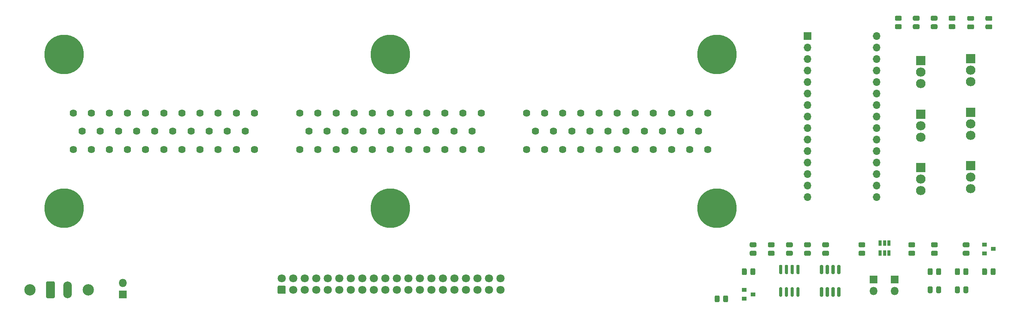
<source format=gbr>
%TF.GenerationSoftware,KiCad,Pcbnew,(5.1.6)-1*%
%TF.CreationDate,2021-10-09T12:03:34-05:00*%
%TF.ProjectId,Jeep JTEC,4a656570-204a-4544-9543-2e6b69636164,rev?*%
%TF.SameCoordinates,Original*%
%TF.FileFunction,Soldermask,Top*%
%TF.FilePolarity,Negative*%
%FSLAX46Y46*%
G04 Gerber Fmt 4.6, Leading zero omitted, Abs format (unit mm)*
G04 Created by KiCad (PCBNEW (5.1.6)-1) date 2021-10-09 12:03:34*
%MOMM*%
%LPD*%
G01*
G04 APERTURE LIST*
%ADD10R,0.750000X1.160000*%
%ADD11C,1.624000*%
%ADD12C,1.000000*%
%ADD13C,8.700000*%
%ADD14O,1.800000X1.800000*%
%ADD15R,1.800000X1.800000*%
%ADD16C,2.500000*%
%ADD17O,1.900000X3.700000*%
%ADD18O,2.100000X2.005000*%
%ADD19R,2.100000X2.005000*%
%ADD20R,1.000000X0.900000*%
%ADD21C,1.800000*%
%ADD22O,1.700000X1.700000*%
%ADD23R,1.700000X1.700000*%
G04 APERTURE END LIST*
D10*
%TO.C,U2*%
X229000000Y-113720000D03*
X228050000Y-113720000D03*
X229950000Y-113720000D03*
X229950000Y-115920000D03*
X229000000Y-115920000D03*
X228050000Y-115920000D03*
%TD*%
%TO.C,R19*%
G36*
G01*
X193400000Y-126481250D02*
X193400000Y-125518750D01*
G75*
G02*
X193668750Y-125250000I268750J0D01*
G01*
X194206250Y-125250000D01*
G75*
G02*
X194475000Y-125518750I0J-268750D01*
G01*
X194475000Y-126481250D01*
G75*
G02*
X194206250Y-126750000I-268750J0D01*
G01*
X193668750Y-126750000D01*
G75*
G02*
X193400000Y-126481250I0J268750D01*
G01*
G37*
G36*
G01*
X191525000Y-126481250D02*
X191525000Y-125518750D01*
G75*
G02*
X191793750Y-125250000I268750J0D01*
G01*
X192331250Y-125250000D01*
G75*
G02*
X192600000Y-125518750I0J-268750D01*
G01*
X192600000Y-126481250D01*
G75*
G02*
X192331250Y-126750000I-268750J0D01*
G01*
X191793750Y-126750000D01*
G75*
G02*
X191525000Y-126481250I0J268750D01*
G01*
G37*
%TD*%
D11*
%TO.C,C1*%
X50000000Y-85000000D03*
X54000000Y-85000000D03*
X58000000Y-85000000D03*
X62000000Y-85000000D03*
X66000000Y-85000000D03*
X70000000Y-85000000D03*
X74000000Y-85000000D03*
X78000000Y-85000000D03*
X82000000Y-85000000D03*
X86000000Y-85000000D03*
X90000000Y-85000000D03*
X52000000Y-89000000D03*
X56000000Y-89000000D03*
X60000000Y-89000000D03*
X64000000Y-89000000D03*
X68000000Y-89000000D03*
X72000000Y-89000000D03*
X76000000Y-89000000D03*
X80000000Y-89000000D03*
X84000000Y-89000000D03*
X88000000Y-89000000D03*
X50000000Y-93000000D03*
X54000000Y-93000000D03*
X58000000Y-93000000D03*
X62000000Y-93000000D03*
X66000000Y-93000000D03*
X70000000Y-93000000D03*
X74000000Y-93000000D03*
X78000000Y-93000000D03*
X82000000Y-93000000D03*
X86000000Y-93000000D03*
X90000000Y-93000000D03*
%TD*%
%TO.C,C3*%
X150000000Y-85000000D03*
X154000000Y-85000000D03*
X158000000Y-85000000D03*
X162000000Y-85000000D03*
X166000000Y-85000000D03*
X170000000Y-85000000D03*
X174000000Y-85000000D03*
X178000000Y-85000000D03*
X182000000Y-85000000D03*
X186000000Y-85000000D03*
X190000000Y-85000000D03*
X152000000Y-89000000D03*
X156000000Y-89000000D03*
X160000000Y-89000000D03*
X164000000Y-89000000D03*
X168000000Y-89000000D03*
X172000000Y-89000000D03*
X176000000Y-89000000D03*
X180000000Y-89000000D03*
X184000000Y-89000000D03*
X188000000Y-89000000D03*
X150000000Y-93000000D03*
X154000000Y-93000000D03*
X158000000Y-93000000D03*
X162000000Y-93000000D03*
X166000000Y-93000000D03*
X170000000Y-93000000D03*
X174000000Y-93000000D03*
X178000000Y-93000000D03*
X182000000Y-93000000D03*
X186000000Y-93000000D03*
X190000000Y-93000000D03*
%TD*%
%TO.C,C2*%
X100000000Y-85000000D03*
X104000000Y-85000000D03*
X108000000Y-85000000D03*
X112000000Y-85000000D03*
X116000000Y-85000000D03*
X120000000Y-85000000D03*
X124000000Y-85000000D03*
X128000000Y-85000000D03*
X132000000Y-85000000D03*
X136000000Y-85000000D03*
X140000000Y-85000000D03*
X102000000Y-89000000D03*
X106000000Y-89000000D03*
X110000000Y-89000000D03*
X114000000Y-89000000D03*
X118000000Y-89000000D03*
X122000000Y-89000000D03*
X126000000Y-89000000D03*
X130000000Y-89000000D03*
X134000000Y-89000000D03*
X138000000Y-89000000D03*
X100000000Y-93000000D03*
X104000000Y-93000000D03*
X108000000Y-93000000D03*
X112000000Y-93000000D03*
X116000000Y-93000000D03*
X120000000Y-93000000D03*
X124000000Y-93000000D03*
X128000000Y-93000000D03*
X132000000Y-93000000D03*
X136000000Y-93000000D03*
X140000000Y-93000000D03*
%TD*%
D12*
%TO.C,H6*%
X194280419Y-103719581D03*
X192000000Y-102775000D03*
X189719581Y-103719581D03*
X188775000Y-106000000D03*
X189719581Y-108280419D03*
X192000000Y-109225000D03*
X194280419Y-108280419D03*
X195225000Y-106000000D03*
D13*
X192000000Y-106000000D03*
%TD*%
D12*
%TO.C,H5*%
X194280419Y-69719581D03*
X192000000Y-68775000D03*
X189719581Y-69719581D03*
X188775000Y-72000000D03*
X189719581Y-74280419D03*
X192000000Y-75225000D03*
X194280419Y-74280419D03*
X195225000Y-72000000D03*
D13*
X192000000Y-72000000D03*
%TD*%
D12*
%TO.C,H4*%
X50280419Y-69719581D03*
X48000000Y-68775000D03*
X45719581Y-69719581D03*
X44775000Y-72000000D03*
X45719581Y-74280419D03*
X48000000Y-75225000D03*
X50280419Y-74280419D03*
X51225000Y-72000000D03*
D13*
X48000000Y-72000000D03*
%TD*%
D12*
%TO.C,H3*%
X122280419Y-69719581D03*
X120000000Y-68775000D03*
X117719581Y-69719581D03*
X116775000Y-72000000D03*
X117719581Y-74280419D03*
X120000000Y-75225000D03*
X122280419Y-74280419D03*
X123225000Y-72000000D03*
D13*
X120000000Y-72000000D03*
%TD*%
D12*
%TO.C,H2*%
X50280419Y-103719581D03*
X48000000Y-102775000D03*
X45719581Y-103719581D03*
X44775000Y-106000000D03*
X45719581Y-108280419D03*
X48000000Y-109225000D03*
X50280419Y-108280419D03*
X51225000Y-106000000D03*
D13*
X48000000Y-106000000D03*
%TD*%
D12*
%TO.C,H1*%
X122280419Y-103719581D03*
X120000000Y-102775000D03*
X117719581Y-103719581D03*
X116775000Y-106000000D03*
X117719581Y-108280419D03*
X120000000Y-109225000D03*
X122280419Y-108280419D03*
X123225000Y-106000000D03*
D13*
X120000000Y-106000000D03*
%TD*%
D14*
%TO.C,JP3*%
X61000000Y-122460000D03*
D15*
X61000000Y-125000000D03*
%TD*%
D16*
%TO.C,J2*%
X53310000Y-124000000D03*
X40500000Y-124000000D03*
D17*
X48810000Y-124000000D03*
G36*
G01*
X44050000Y-125586111D02*
X44050000Y-122413889D01*
G75*
G02*
X44313889Y-122150000I263889J0D01*
G01*
X45686111Y-122150000D01*
G75*
G02*
X45950000Y-122413889I0J-263889D01*
G01*
X45950000Y-125586111D01*
G75*
G02*
X45686111Y-125850000I-263889J0D01*
G01*
X44313889Y-125850000D01*
G75*
G02*
X44050000Y-125586111I0J263889D01*
G01*
G37*
%TD*%
%TO.C,U1*%
G36*
G01*
X215270000Y-120550000D02*
X214920000Y-120550000D01*
G75*
G02*
X214745000Y-120375000I0J175000D01*
G01*
X214745000Y-118675000D01*
G75*
G02*
X214920000Y-118500000I175000J0D01*
G01*
X215270000Y-118500000D01*
G75*
G02*
X215445000Y-118675000I0J-175000D01*
G01*
X215445000Y-120375000D01*
G75*
G02*
X215270000Y-120550000I-175000J0D01*
G01*
G37*
G36*
G01*
X216540000Y-120550000D02*
X216190000Y-120550000D01*
G75*
G02*
X216015000Y-120375000I0J175000D01*
G01*
X216015000Y-118675000D01*
G75*
G02*
X216190000Y-118500000I175000J0D01*
G01*
X216540000Y-118500000D01*
G75*
G02*
X216715000Y-118675000I0J-175000D01*
G01*
X216715000Y-120375000D01*
G75*
G02*
X216540000Y-120550000I-175000J0D01*
G01*
G37*
G36*
G01*
X217810000Y-120550000D02*
X217460000Y-120550000D01*
G75*
G02*
X217285000Y-120375000I0J175000D01*
G01*
X217285000Y-118675000D01*
G75*
G02*
X217460000Y-118500000I175000J0D01*
G01*
X217810000Y-118500000D01*
G75*
G02*
X217985000Y-118675000I0J-175000D01*
G01*
X217985000Y-120375000D01*
G75*
G02*
X217810000Y-120550000I-175000J0D01*
G01*
G37*
G36*
G01*
X219080000Y-120550000D02*
X218730000Y-120550000D01*
G75*
G02*
X218555000Y-120375000I0J175000D01*
G01*
X218555000Y-118675000D01*
G75*
G02*
X218730000Y-118500000I175000J0D01*
G01*
X219080000Y-118500000D01*
G75*
G02*
X219255000Y-118675000I0J-175000D01*
G01*
X219255000Y-120375000D01*
G75*
G02*
X219080000Y-120550000I-175000J0D01*
G01*
G37*
G36*
G01*
X219080000Y-125500000D02*
X218730000Y-125500000D01*
G75*
G02*
X218555000Y-125325000I0J175000D01*
G01*
X218555000Y-123625000D01*
G75*
G02*
X218730000Y-123450000I175000J0D01*
G01*
X219080000Y-123450000D01*
G75*
G02*
X219255000Y-123625000I0J-175000D01*
G01*
X219255000Y-125325000D01*
G75*
G02*
X219080000Y-125500000I-175000J0D01*
G01*
G37*
G36*
G01*
X217810000Y-125500000D02*
X217460000Y-125500000D01*
G75*
G02*
X217285000Y-125325000I0J175000D01*
G01*
X217285000Y-123625000D01*
G75*
G02*
X217460000Y-123450000I175000J0D01*
G01*
X217810000Y-123450000D01*
G75*
G02*
X217985000Y-123625000I0J-175000D01*
G01*
X217985000Y-125325000D01*
G75*
G02*
X217810000Y-125500000I-175000J0D01*
G01*
G37*
G36*
G01*
X216540000Y-125500000D02*
X216190000Y-125500000D01*
G75*
G02*
X216015000Y-125325000I0J175000D01*
G01*
X216015000Y-123625000D01*
G75*
G02*
X216190000Y-123450000I175000J0D01*
G01*
X216540000Y-123450000D01*
G75*
G02*
X216715000Y-123625000I0J-175000D01*
G01*
X216715000Y-125325000D01*
G75*
G02*
X216540000Y-125500000I-175000J0D01*
G01*
G37*
G36*
G01*
X215270000Y-125500000D02*
X214920000Y-125500000D01*
G75*
G02*
X214745000Y-125325000I0J175000D01*
G01*
X214745000Y-123625000D01*
G75*
G02*
X214920000Y-123450000I175000J0D01*
G01*
X215270000Y-123450000D01*
G75*
G02*
X215445000Y-123625000I0J-175000D01*
G01*
X215445000Y-125325000D01*
G75*
G02*
X215270000Y-125500000I-175000J0D01*
G01*
G37*
%TD*%
%TO.C,R18*%
G36*
G01*
X246400000Y-124481250D02*
X246400000Y-123518750D01*
G75*
G02*
X246668750Y-123250000I268750J0D01*
G01*
X247206250Y-123250000D01*
G75*
G02*
X247475000Y-123518750I0J-268750D01*
G01*
X247475000Y-124481250D01*
G75*
G02*
X247206250Y-124750000I-268750J0D01*
G01*
X246668750Y-124750000D01*
G75*
G02*
X246400000Y-124481250I0J268750D01*
G01*
G37*
G36*
G01*
X244525000Y-124481250D02*
X244525000Y-123518750D01*
G75*
G02*
X244793750Y-123250000I268750J0D01*
G01*
X245331250Y-123250000D01*
G75*
G02*
X245600000Y-123518750I0J-268750D01*
G01*
X245600000Y-124481250D01*
G75*
G02*
X245331250Y-124750000I-268750J0D01*
G01*
X244793750Y-124750000D01*
G75*
G02*
X244525000Y-124481250I0J268750D01*
G01*
G37*
%TD*%
%TO.C,R17*%
G36*
G01*
X248481250Y-64600000D02*
X247518750Y-64600000D01*
G75*
G02*
X247250000Y-64331250I0J268750D01*
G01*
X247250000Y-63793750D01*
G75*
G02*
X247518750Y-63525000I268750J0D01*
G01*
X248481250Y-63525000D01*
G75*
G02*
X248750000Y-63793750I0J-268750D01*
G01*
X248750000Y-64331250D01*
G75*
G02*
X248481250Y-64600000I-268750J0D01*
G01*
G37*
G36*
G01*
X248481250Y-66475000D02*
X247518750Y-66475000D01*
G75*
G02*
X247250000Y-66206250I0J268750D01*
G01*
X247250000Y-65668750D01*
G75*
G02*
X247518750Y-65400000I268750J0D01*
G01*
X248481250Y-65400000D01*
G75*
G02*
X248750000Y-65668750I0J-268750D01*
G01*
X248750000Y-66206250D01*
G75*
G02*
X248481250Y-66475000I-268750J0D01*
G01*
G37*
%TD*%
%TO.C,R16*%
G36*
G01*
X244361250Y-64570000D02*
X243398750Y-64570000D01*
G75*
G02*
X243130000Y-64301250I0J268750D01*
G01*
X243130000Y-63763750D01*
G75*
G02*
X243398750Y-63495000I268750J0D01*
G01*
X244361250Y-63495000D01*
G75*
G02*
X244630000Y-63763750I0J-268750D01*
G01*
X244630000Y-64301250D01*
G75*
G02*
X244361250Y-64570000I-268750J0D01*
G01*
G37*
G36*
G01*
X244361250Y-66445000D02*
X243398750Y-66445000D01*
G75*
G02*
X243130000Y-66176250I0J268750D01*
G01*
X243130000Y-65638750D01*
G75*
G02*
X243398750Y-65370000I268750J0D01*
G01*
X244361250Y-65370000D01*
G75*
G02*
X244630000Y-65638750I0J-268750D01*
G01*
X244630000Y-66176250D01*
G75*
G02*
X244361250Y-66445000I-268750J0D01*
G01*
G37*
%TD*%
%TO.C,R15*%
G36*
G01*
X240411250Y-64570000D02*
X239448750Y-64570000D01*
G75*
G02*
X239180000Y-64301250I0J268750D01*
G01*
X239180000Y-63763750D01*
G75*
G02*
X239448750Y-63495000I268750J0D01*
G01*
X240411250Y-63495000D01*
G75*
G02*
X240680000Y-63763750I0J-268750D01*
G01*
X240680000Y-64301250D01*
G75*
G02*
X240411250Y-64570000I-268750J0D01*
G01*
G37*
G36*
G01*
X240411250Y-66445000D02*
X239448750Y-66445000D01*
G75*
G02*
X239180000Y-66176250I0J268750D01*
G01*
X239180000Y-65638750D01*
G75*
G02*
X239448750Y-65370000I268750J0D01*
G01*
X240411250Y-65370000D01*
G75*
G02*
X240680000Y-65638750I0J-268750D01*
G01*
X240680000Y-66176250D01*
G75*
G02*
X240411250Y-66445000I-268750J0D01*
G01*
G37*
%TD*%
%TO.C,R14*%
G36*
G01*
X252481250Y-64600000D02*
X251518750Y-64600000D01*
G75*
G02*
X251250000Y-64331250I0J268750D01*
G01*
X251250000Y-63793750D01*
G75*
G02*
X251518750Y-63525000I268750J0D01*
G01*
X252481250Y-63525000D01*
G75*
G02*
X252750000Y-63793750I0J-268750D01*
G01*
X252750000Y-64331250D01*
G75*
G02*
X252481250Y-64600000I-268750J0D01*
G01*
G37*
G36*
G01*
X252481250Y-66475000D02*
X251518750Y-66475000D01*
G75*
G02*
X251250000Y-66206250I0J268750D01*
G01*
X251250000Y-65668750D01*
G75*
G02*
X251518750Y-65400000I268750J0D01*
G01*
X252481250Y-65400000D01*
G75*
G02*
X252750000Y-65668750I0J-268750D01*
G01*
X252750000Y-66206250D01*
G75*
G02*
X252481250Y-66475000I-268750J0D01*
G01*
G37*
%TD*%
%TO.C,R13*%
G36*
G01*
X236461250Y-64570000D02*
X235498750Y-64570000D01*
G75*
G02*
X235230000Y-64301250I0J268750D01*
G01*
X235230000Y-63763750D01*
G75*
G02*
X235498750Y-63495000I268750J0D01*
G01*
X236461250Y-63495000D01*
G75*
G02*
X236730000Y-63763750I0J-268750D01*
G01*
X236730000Y-64301250D01*
G75*
G02*
X236461250Y-64570000I-268750J0D01*
G01*
G37*
G36*
G01*
X236461250Y-66445000D02*
X235498750Y-66445000D01*
G75*
G02*
X235230000Y-66176250I0J268750D01*
G01*
X235230000Y-65638750D01*
G75*
G02*
X235498750Y-65370000I268750J0D01*
G01*
X236461250Y-65370000D01*
G75*
G02*
X236730000Y-65638750I0J-268750D01*
G01*
X236730000Y-66176250D01*
G75*
G02*
X236461250Y-66445000I-268750J0D01*
G01*
G37*
%TD*%
%TO.C,R12*%
G36*
G01*
X232511250Y-64570000D02*
X231548750Y-64570000D01*
G75*
G02*
X231280000Y-64301250I0J268750D01*
G01*
X231280000Y-63763750D01*
G75*
G02*
X231548750Y-63495000I268750J0D01*
G01*
X232511250Y-63495000D01*
G75*
G02*
X232780000Y-63763750I0J-268750D01*
G01*
X232780000Y-64301250D01*
G75*
G02*
X232511250Y-64570000I-268750J0D01*
G01*
G37*
G36*
G01*
X232511250Y-66445000D02*
X231548750Y-66445000D01*
G75*
G02*
X231280000Y-66176250I0J268750D01*
G01*
X231280000Y-65638750D01*
G75*
G02*
X231548750Y-65370000I268750J0D01*
G01*
X232511250Y-65370000D01*
G75*
G02*
X232780000Y-65638750I0J-268750D01*
G01*
X232780000Y-66176250D01*
G75*
G02*
X232511250Y-66445000I-268750J0D01*
G01*
G37*
%TD*%
%TO.C,R11*%
G36*
G01*
X240400000Y-124481250D02*
X240400000Y-123518750D01*
G75*
G02*
X240668750Y-123250000I268750J0D01*
G01*
X241206250Y-123250000D01*
G75*
G02*
X241475000Y-123518750I0J-268750D01*
G01*
X241475000Y-124481250D01*
G75*
G02*
X241206250Y-124750000I-268750J0D01*
G01*
X240668750Y-124750000D01*
G75*
G02*
X240400000Y-124481250I0J268750D01*
G01*
G37*
G36*
G01*
X238525000Y-124481250D02*
X238525000Y-123518750D01*
G75*
G02*
X238793750Y-123250000I268750J0D01*
G01*
X239331250Y-123250000D01*
G75*
G02*
X239600000Y-123518750I0J-268750D01*
G01*
X239600000Y-124481250D01*
G75*
G02*
X239331250Y-124750000I-268750J0D01*
G01*
X238793750Y-124750000D01*
G75*
G02*
X238525000Y-124481250I0J268750D01*
G01*
G37*
%TD*%
%TO.C,R10*%
G36*
G01*
X247481250Y-114600000D02*
X246518750Y-114600000D01*
G75*
G02*
X246250000Y-114331250I0J268750D01*
G01*
X246250000Y-113793750D01*
G75*
G02*
X246518750Y-113525000I268750J0D01*
G01*
X247481250Y-113525000D01*
G75*
G02*
X247750000Y-113793750I0J-268750D01*
G01*
X247750000Y-114331250D01*
G75*
G02*
X247481250Y-114600000I-268750J0D01*
G01*
G37*
G36*
G01*
X247481250Y-116475000D02*
X246518750Y-116475000D01*
G75*
G02*
X246250000Y-116206250I0J268750D01*
G01*
X246250000Y-115668750D01*
G75*
G02*
X246518750Y-115400000I268750J0D01*
G01*
X247481250Y-115400000D01*
G75*
G02*
X247750000Y-115668750I0J-268750D01*
G01*
X247750000Y-116206250D01*
G75*
G02*
X247481250Y-116475000I-268750J0D01*
G01*
G37*
%TD*%
%TO.C,R9*%
G36*
G01*
X246400000Y-120481250D02*
X246400000Y-119518750D01*
G75*
G02*
X246668750Y-119250000I268750J0D01*
G01*
X247206250Y-119250000D01*
G75*
G02*
X247475000Y-119518750I0J-268750D01*
G01*
X247475000Y-120481250D01*
G75*
G02*
X247206250Y-120750000I-268750J0D01*
G01*
X246668750Y-120750000D01*
G75*
G02*
X246400000Y-120481250I0J268750D01*
G01*
G37*
G36*
G01*
X244525000Y-120481250D02*
X244525000Y-119518750D01*
G75*
G02*
X244793750Y-119250000I268750J0D01*
G01*
X245331250Y-119250000D01*
G75*
G02*
X245600000Y-119518750I0J-268750D01*
G01*
X245600000Y-120481250D01*
G75*
G02*
X245331250Y-120750000I-268750J0D01*
G01*
X244793750Y-120750000D01*
G75*
G02*
X244525000Y-120481250I0J268750D01*
G01*
G37*
%TD*%
%TO.C,R8*%
G36*
G01*
X240481250Y-114600000D02*
X239518750Y-114600000D01*
G75*
G02*
X239250000Y-114331250I0J268750D01*
G01*
X239250000Y-113793750D01*
G75*
G02*
X239518750Y-113525000I268750J0D01*
G01*
X240481250Y-113525000D01*
G75*
G02*
X240750000Y-113793750I0J-268750D01*
G01*
X240750000Y-114331250D01*
G75*
G02*
X240481250Y-114600000I-268750J0D01*
G01*
G37*
G36*
G01*
X240481250Y-116475000D02*
X239518750Y-116475000D01*
G75*
G02*
X239250000Y-116206250I0J268750D01*
G01*
X239250000Y-115668750D01*
G75*
G02*
X239518750Y-115400000I268750J0D01*
G01*
X240481250Y-115400000D01*
G75*
G02*
X240750000Y-115668750I0J-268750D01*
G01*
X240750000Y-116206250D01*
G75*
G02*
X240481250Y-116475000I-268750J0D01*
G01*
G37*
%TD*%
%TO.C,R7*%
G36*
G01*
X240400000Y-120481250D02*
X240400000Y-119518750D01*
G75*
G02*
X240668750Y-119250000I268750J0D01*
G01*
X241206250Y-119250000D01*
G75*
G02*
X241475000Y-119518750I0J-268750D01*
G01*
X241475000Y-120481250D01*
G75*
G02*
X241206250Y-120750000I-268750J0D01*
G01*
X240668750Y-120750000D01*
G75*
G02*
X240400000Y-120481250I0J268750D01*
G01*
G37*
G36*
G01*
X238525000Y-120481250D02*
X238525000Y-119518750D01*
G75*
G02*
X238793750Y-119250000I268750J0D01*
G01*
X239331250Y-119250000D01*
G75*
G02*
X239600000Y-119518750I0J-268750D01*
G01*
X239600000Y-120481250D01*
G75*
G02*
X239331250Y-120750000I-268750J0D01*
G01*
X238793750Y-120750000D01*
G75*
G02*
X238525000Y-120481250I0J268750D01*
G01*
G37*
%TD*%
%TO.C,R6*%
G36*
G01*
X212481250Y-114600000D02*
X211518750Y-114600000D01*
G75*
G02*
X211250000Y-114331250I0J268750D01*
G01*
X211250000Y-113793750D01*
G75*
G02*
X211518750Y-113525000I268750J0D01*
G01*
X212481250Y-113525000D01*
G75*
G02*
X212750000Y-113793750I0J-268750D01*
G01*
X212750000Y-114331250D01*
G75*
G02*
X212481250Y-114600000I-268750J0D01*
G01*
G37*
G36*
G01*
X212481250Y-116475000D02*
X211518750Y-116475000D01*
G75*
G02*
X211250000Y-116206250I0J268750D01*
G01*
X211250000Y-115668750D01*
G75*
G02*
X211518750Y-115400000I268750J0D01*
G01*
X212481250Y-115400000D01*
G75*
G02*
X212750000Y-115668750I0J-268750D01*
G01*
X212750000Y-116206250D01*
G75*
G02*
X212481250Y-116475000I-268750J0D01*
G01*
G37*
%TD*%
%TO.C,R5*%
G36*
G01*
X252400000Y-120481250D02*
X252400000Y-119518750D01*
G75*
G02*
X252668750Y-119250000I268750J0D01*
G01*
X253206250Y-119250000D01*
G75*
G02*
X253475000Y-119518750I0J-268750D01*
G01*
X253475000Y-120481250D01*
G75*
G02*
X253206250Y-120750000I-268750J0D01*
G01*
X252668750Y-120750000D01*
G75*
G02*
X252400000Y-120481250I0J268750D01*
G01*
G37*
G36*
G01*
X250525000Y-120481250D02*
X250525000Y-119518750D01*
G75*
G02*
X250793750Y-119250000I268750J0D01*
G01*
X251331250Y-119250000D01*
G75*
G02*
X251600000Y-119518750I0J-268750D01*
G01*
X251600000Y-120481250D01*
G75*
G02*
X251331250Y-120750000I-268750J0D01*
G01*
X250793750Y-120750000D01*
G75*
G02*
X250525000Y-120481250I0J268750D01*
G01*
G37*
%TD*%
%TO.C,R4*%
G36*
G01*
X208481250Y-114600000D02*
X207518750Y-114600000D01*
G75*
G02*
X207250000Y-114331250I0J268750D01*
G01*
X207250000Y-113793750D01*
G75*
G02*
X207518750Y-113525000I268750J0D01*
G01*
X208481250Y-113525000D01*
G75*
G02*
X208750000Y-113793750I0J-268750D01*
G01*
X208750000Y-114331250D01*
G75*
G02*
X208481250Y-114600000I-268750J0D01*
G01*
G37*
G36*
G01*
X208481250Y-116475000D02*
X207518750Y-116475000D01*
G75*
G02*
X207250000Y-116206250I0J268750D01*
G01*
X207250000Y-115668750D01*
G75*
G02*
X207518750Y-115400000I268750J0D01*
G01*
X208481250Y-115400000D01*
G75*
G02*
X208750000Y-115668750I0J-268750D01*
G01*
X208750000Y-116206250D01*
G75*
G02*
X208481250Y-116475000I-268750J0D01*
G01*
G37*
%TD*%
%TO.C,R3*%
G36*
G01*
X204481250Y-114600000D02*
X203518750Y-114600000D01*
G75*
G02*
X203250000Y-114331250I0J268750D01*
G01*
X203250000Y-113793750D01*
G75*
G02*
X203518750Y-113525000I268750J0D01*
G01*
X204481250Y-113525000D01*
G75*
G02*
X204750000Y-113793750I0J-268750D01*
G01*
X204750000Y-114331250D01*
G75*
G02*
X204481250Y-114600000I-268750J0D01*
G01*
G37*
G36*
G01*
X204481250Y-116475000D02*
X203518750Y-116475000D01*
G75*
G02*
X203250000Y-116206250I0J268750D01*
G01*
X203250000Y-115668750D01*
G75*
G02*
X203518750Y-115400000I268750J0D01*
G01*
X204481250Y-115400000D01*
G75*
G02*
X204750000Y-115668750I0J-268750D01*
G01*
X204750000Y-116206250D01*
G75*
G02*
X204481250Y-116475000I-268750J0D01*
G01*
G37*
%TD*%
%TO.C,R2*%
G36*
G01*
X199400000Y-120481250D02*
X199400000Y-119518750D01*
G75*
G02*
X199668750Y-119250000I268750J0D01*
G01*
X200206250Y-119250000D01*
G75*
G02*
X200475000Y-119518750I0J-268750D01*
G01*
X200475000Y-120481250D01*
G75*
G02*
X200206250Y-120750000I-268750J0D01*
G01*
X199668750Y-120750000D01*
G75*
G02*
X199400000Y-120481250I0J268750D01*
G01*
G37*
G36*
G01*
X197525000Y-120481250D02*
X197525000Y-119518750D01*
G75*
G02*
X197793750Y-119250000I268750J0D01*
G01*
X198331250Y-119250000D01*
G75*
G02*
X198600000Y-119518750I0J-268750D01*
G01*
X198600000Y-120481250D01*
G75*
G02*
X198331250Y-120750000I-268750J0D01*
G01*
X197793750Y-120750000D01*
G75*
G02*
X197525000Y-120481250I0J268750D01*
G01*
G37*
%TD*%
%TO.C,R1*%
G36*
G01*
X200481250Y-114600000D02*
X199518750Y-114600000D01*
G75*
G02*
X199250000Y-114331250I0J268750D01*
G01*
X199250000Y-113793750D01*
G75*
G02*
X199518750Y-113525000I268750J0D01*
G01*
X200481250Y-113525000D01*
G75*
G02*
X200750000Y-113793750I0J-268750D01*
G01*
X200750000Y-114331250D01*
G75*
G02*
X200481250Y-114600000I-268750J0D01*
G01*
G37*
G36*
G01*
X200481250Y-116475000D02*
X199518750Y-116475000D01*
G75*
G02*
X199250000Y-116206250I0J268750D01*
G01*
X199250000Y-115668750D01*
G75*
G02*
X199518750Y-115400000I268750J0D01*
G01*
X200481250Y-115400000D01*
G75*
G02*
X200750000Y-115668750I0J-268750D01*
G01*
X200750000Y-116206250D01*
G75*
G02*
X200481250Y-116475000I-268750J0D01*
G01*
G37*
%TD*%
D18*
%TO.C,Q8*%
X237000000Y-102080000D03*
X237000000Y-99540000D03*
D19*
X237000000Y-97000000D03*
%TD*%
D18*
%TO.C,Q7*%
X237000000Y-90280000D03*
X237000000Y-87740000D03*
D19*
X237000000Y-85200000D03*
%TD*%
D18*
%TO.C,Q6*%
X237000000Y-78480000D03*
X237000000Y-75940000D03*
D19*
X237000000Y-73400000D03*
%TD*%
D18*
%TO.C,Q5*%
X248000000Y-101680000D03*
X248000000Y-99140000D03*
D19*
X248000000Y-96600000D03*
%TD*%
D18*
%TO.C,Q4*%
X248000000Y-89880000D03*
X248000000Y-87340000D03*
D19*
X248000000Y-84800000D03*
%TD*%
D18*
%TO.C,Q3*%
X248000000Y-78080000D03*
X248000000Y-75540000D03*
D19*
X248000000Y-73000000D03*
%TD*%
%TO.C,Q2*%
G36*
G01*
X206270000Y-120550000D02*
X205920000Y-120550000D01*
G75*
G02*
X205745000Y-120375000I0J175000D01*
G01*
X205745000Y-118675000D01*
G75*
G02*
X205920000Y-118500000I175000J0D01*
G01*
X206270000Y-118500000D01*
G75*
G02*
X206445000Y-118675000I0J-175000D01*
G01*
X206445000Y-120375000D01*
G75*
G02*
X206270000Y-120550000I-175000J0D01*
G01*
G37*
G36*
G01*
X207540000Y-120550000D02*
X207190000Y-120550000D01*
G75*
G02*
X207015000Y-120375000I0J175000D01*
G01*
X207015000Y-118675000D01*
G75*
G02*
X207190000Y-118500000I175000J0D01*
G01*
X207540000Y-118500000D01*
G75*
G02*
X207715000Y-118675000I0J-175000D01*
G01*
X207715000Y-120375000D01*
G75*
G02*
X207540000Y-120550000I-175000J0D01*
G01*
G37*
G36*
G01*
X208810000Y-120550000D02*
X208460000Y-120550000D01*
G75*
G02*
X208285000Y-120375000I0J175000D01*
G01*
X208285000Y-118675000D01*
G75*
G02*
X208460000Y-118500000I175000J0D01*
G01*
X208810000Y-118500000D01*
G75*
G02*
X208985000Y-118675000I0J-175000D01*
G01*
X208985000Y-120375000D01*
G75*
G02*
X208810000Y-120550000I-175000J0D01*
G01*
G37*
G36*
G01*
X210080000Y-120550000D02*
X209730000Y-120550000D01*
G75*
G02*
X209555000Y-120375000I0J175000D01*
G01*
X209555000Y-118675000D01*
G75*
G02*
X209730000Y-118500000I175000J0D01*
G01*
X210080000Y-118500000D01*
G75*
G02*
X210255000Y-118675000I0J-175000D01*
G01*
X210255000Y-120375000D01*
G75*
G02*
X210080000Y-120550000I-175000J0D01*
G01*
G37*
G36*
G01*
X210080000Y-125500000D02*
X209730000Y-125500000D01*
G75*
G02*
X209555000Y-125325000I0J175000D01*
G01*
X209555000Y-123625000D01*
G75*
G02*
X209730000Y-123450000I175000J0D01*
G01*
X210080000Y-123450000D01*
G75*
G02*
X210255000Y-123625000I0J-175000D01*
G01*
X210255000Y-125325000D01*
G75*
G02*
X210080000Y-125500000I-175000J0D01*
G01*
G37*
G36*
G01*
X208810000Y-125500000D02*
X208460000Y-125500000D01*
G75*
G02*
X208285000Y-125325000I0J175000D01*
G01*
X208285000Y-123625000D01*
G75*
G02*
X208460000Y-123450000I175000J0D01*
G01*
X208810000Y-123450000D01*
G75*
G02*
X208985000Y-123625000I0J-175000D01*
G01*
X208985000Y-125325000D01*
G75*
G02*
X208810000Y-125500000I-175000J0D01*
G01*
G37*
G36*
G01*
X207540000Y-125500000D02*
X207190000Y-125500000D01*
G75*
G02*
X207015000Y-125325000I0J175000D01*
G01*
X207015000Y-123625000D01*
G75*
G02*
X207190000Y-123450000I175000J0D01*
G01*
X207540000Y-123450000D01*
G75*
G02*
X207715000Y-123625000I0J-175000D01*
G01*
X207715000Y-125325000D01*
G75*
G02*
X207540000Y-125500000I-175000J0D01*
G01*
G37*
G36*
G01*
X206270000Y-125500000D02*
X205920000Y-125500000D01*
G75*
G02*
X205745000Y-125325000I0J175000D01*
G01*
X205745000Y-123625000D01*
G75*
G02*
X205920000Y-123450000I175000J0D01*
G01*
X206270000Y-123450000D01*
G75*
G02*
X206445000Y-123625000I0J-175000D01*
G01*
X206445000Y-125325000D01*
G75*
G02*
X206270000Y-125500000I-175000J0D01*
G01*
G37*
%TD*%
D20*
%TO.C,Q1*%
X200000000Y-125000000D03*
X198000000Y-125950000D03*
X198000000Y-124050000D03*
%TD*%
D14*
%TO.C,JP2*%
X226540000Y-124280000D03*
D15*
X226540000Y-121740000D03*
%TD*%
D14*
%TO.C,JP1*%
X231190000Y-124280000D03*
D15*
X231190000Y-121740000D03*
%TD*%
D21*
%TO.C,J1*%
X144260000Y-121460000D03*
X141720000Y-121460000D03*
X139180000Y-121460000D03*
X136640000Y-121460000D03*
X134100000Y-121460000D03*
X131560000Y-121460000D03*
X129020000Y-121460000D03*
X126480000Y-121460000D03*
X123940000Y-121460000D03*
X121400000Y-121460000D03*
X118860000Y-121460000D03*
X116320000Y-121460000D03*
X113780000Y-121460000D03*
X111240000Y-121460000D03*
X108700000Y-121460000D03*
X106160000Y-121460000D03*
X103620000Y-121460000D03*
X101080000Y-121460000D03*
X98540000Y-121460000D03*
X96000000Y-121460000D03*
X144260000Y-124000000D03*
X141720000Y-124000000D03*
X139180000Y-124000000D03*
X136640000Y-124000000D03*
X134100000Y-124000000D03*
X131560000Y-124000000D03*
X129020000Y-124000000D03*
X126480000Y-124000000D03*
X123940000Y-124000000D03*
X121400000Y-124000000D03*
X118860000Y-124000000D03*
X116320000Y-124000000D03*
X113780000Y-124000000D03*
X111240000Y-124000000D03*
X108700000Y-124000000D03*
X106160000Y-124000000D03*
X103620000Y-124000000D03*
X101080000Y-124000000D03*
X98540000Y-124000000D03*
G36*
G01*
X96635294Y-124900000D02*
X95364706Y-124900000D01*
G75*
G02*
X95100000Y-124635294I0J264706D01*
G01*
X95100000Y-123364706D01*
G75*
G02*
X95364706Y-123100000I264706J0D01*
G01*
X96635294Y-123100000D01*
G75*
G02*
X96900000Y-123364706I0J-264706D01*
G01*
X96900000Y-124635294D01*
G75*
G02*
X96635294Y-124900000I-264706J0D01*
G01*
G37*
%TD*%
D20*
%TO.C,D1*%
X253000000Y-115000000D03*
X251000000Y-115950000D03*
X251000000Y-114050000D03*
%TD*%
%TO.C,C6*%
G36*
G01*
X235481250Y-114600000D02*
X234518750Y-114600000D01*
G75*
G02*
X234250000Y-114331250I0J268750D01*
G01*
X234250000Y-113793750D01*
G75*
G02*
X234518750Y-113525000I268750J0D01*
G01*
X235481250Y-113525000D01*
G75*
G02*
X235750000Y-113793750I0J-268750D01*
G01*
X235750000Y-114331250D01*
G75*
G02*
X235481250Y-114600000I-268750J0D01*
G01*
G37*
G36*
G01*
X235481250Y-116475000D02*
X234518750Y-116475000D01*
G75*
G02*
X234250000Y-116206250I0J268750D01*
G01*
X234250000Y-115668750D01*
G75*
G02*
X234518750Y-115400000I268750J0D01*
G01*
X235481250Y-115400000D01*
G75*
G02*
X235750000Y-115668750I0J-268750D01*
G01*
X235750000Y-116206250D01*
G75*
G02*
X235481250Y-116475000I-268750J0D01*
G01*
G37*
%TD*%
%TO.C,C5*%
G36*
G01*
X224481250Y-114600000D02*
X223518750Y-114600000D01*
G75*
G02*
X223250000Y-114331250I0J268750D01*
G01*
X223250000Y-113793750D01*
G75*
G02*
X223518750Y-113525000I268750J0D01*
G01*
X224481250Y-113525000D01*
G75*
G02*
X224750000Y-113793750I0J-268750D01*
G01*
X224750000Y-114331250D01*
G75*
G02*
X224481250Y-114600000I-268750J0D01*
G01*
G37*
G36*
G01*
X224481250Y-116475000D02*
X223518750Y-116475000D01*
G75*
G02*
X223250000Y-116206250I0J268750D01*
G01*
X223250000Y-115668750D01*
G75*
G02*
X223518750Y-115400000I268750J0D01*
G01*
X224481250Y-115400000D01*
G75*
G02*
X224750000Y-115668750I0J-268750D01*
G01*
X224750000Y-116206250D01*
G75*
G02*
X224481250Y-116475000I-268750J0D01*
G01*
G37*
%TD*%
%TO.C,C4*%
G36*
G01*
X216481250Y-114600000D02*
X215518750Y-114600000D01*
G75*
G02*
X215250000Y-114331250I0J268750D01*
G01*
X215250000Y-113793750D01*
G75*
G02*
X215518750Y-113525000I268750J0D01*
G01*
X216481250Y-113525000D01*
G75*
G02*
X216750000Y-113793750I0J-268750D01*
G01*
X216750000Y-114331250D01*
G75*
G02*
X216481250Y-114600000I-268750J0D01*
G01*
G37*
G36*
G01*
X216481250Y-116475000D02*
X215518750Y-116475000D01*
G75*
G02*
X215250000Y-116206250I0J268750D01*
G01*
X215250000Y-115668750D01*
G75*
G02*
X215518750Y-115400000I268750J0D01*
G01*
X216481250Y-115400000D01*
G75*
G02*
X216750000Y-115668750I0J-268750D01*
G01*
X216750000Y-116206250D01*
G75*
G02*
X216481250Y-116475000I-268750J0D01*
G01*
G37*
%TD*%
D22*
%TO.C,A1*%
X227240000Y-103560000D03*
X212000000Y-103560000D03*
X227240000Y-68000000D03*
X212000000Y-101020000D03*
X227240000Y-70540000D03*
X212000000Y-98480000D03*
X227240000Y-73080000D03*
X212000000Y-95940000D03*
X227240000Y-75620000D03*
X212000000Y-93400000D03*
X227240000Y-78160000D03*
X212000000Y-90860000D03*
X227240000Y-80700000D03*
X212000000Y-88320000D03*
X227240000Y-83240000D03*
X212000000Y-85780000D03*
X227240000Y-85780000D03*
X212000000Y-83240000D03*
X227240000Y-88320000D03*
X212000000Y-80700000D03*
X227240000Y-90860000D03*
X212000000Y-78160000D03*
X227240000Y-93400000D03*
X212000000Y-75620000D03*
X227240000Y-95940000D03*
X212000000Y-73080000D03*
X227240000Y-98480000D03*
X212000000Y-70540000D03*
X227240000Y-101020000D03*
D23*
X212000000Y-68000000D03*
%TD*%
M02*

</source>
